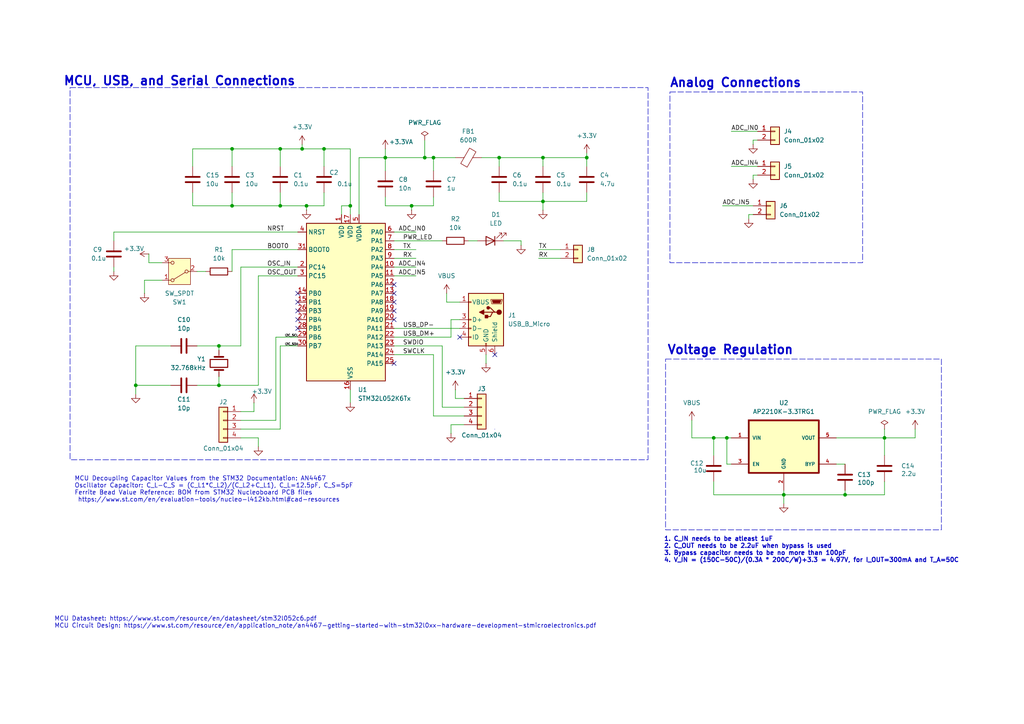
<source format=kicad_sch>
(kicad_sch (version 20231120) (generator "eeschema") (generator_version "8.0")
  (paper "A4")
  (lib_symbols
    (symbol "AP2210K-3.3TRG1:AP2210K-3.3TRG1" (pin_names (offset 1.016))
      (property "Reference" "U" (at -10.16 11.43 0))
      (property "Value" "AP2210K-3.3TRG1" (at -10.16 8.89 0))
      (symbol "AP2210K-3.3TRG1_0_0"
        (rectangle (start -10.16 -7.62) (end 10.16 7.62) (stroke (width 0.508)) (fill (type background)))
        (pin bidirectional line (at -15.24 2.54 0) (length 5.08) (name "VIN") (number "1"))
        (pin bidirectional line (at 0 -12.7 90) (length 5.08) (name "GND") (number "2"))
        (pin bidirectional line (at -15.24 -5.08 0) (length 5.08) (name "EN") (number "3"))
        (pin bidirectional line (at 15.24 -5.08 180) (length 5.08) (name "BYP") (number "4"))
        (pin bidirectional line (at 15.24 2.54 180) (length 5.08) (name "VOUT") (number "5"))
      )
    )
    (symbol "Connector:USB_B_Micro" (pin_names (offset 1.016))
      (property "Reference" "J" (at -5.08 11.43 0))
      (property "Value" "USB_B_Micro" (at -5.08 8.89 0))
      (symbol "USB_B_Micro_0_1"
        (rectangle (start -5.08 -7.62) (end 5.08 7.62) (stroke (width 0.254)) (fill (type background)))
        (circle (center -3.81 2.159) (radius 0.635) (stroke (width 0.254)) (fill (type outline)))
        (circle (center -0.635 3.429) (radius 0.381) (stroke (width 0.254)) (fill (type outline)))
        (rectangle (start -0.127 -7.62) (end 0.127 -6.858))
        (polyline (pts (xy -1.905 2.159) (xy 0.635 2.159)) (stroke (width 0.254)))
        (polyline (pts (xy -3.175 2.159) (xy -2.54 2.159) (xy -1.27 3.429) (xy -0.635 3.429)) (stroke (width 0.254)))
        (polyline (pts (xy -2.54 2.159) (xy -1.905 2.159) (xy -1.27 0.889) (xy 0 0.889)) (stroke (width 0.254)))
        (polyline (pts (xy 0.635 2.794) (xy 0.635 1.524) (xy 1.905 2.159) (xy 0.635 2.794)) (stroke (width 0.254)) (fill (type outline)))
        (polyline (pts (xy -4.318 5.588) (xy -1.778 5.588) (xy -2.032 4.826) (xy -4.064 4.826) (xy -4.318 5.588)) (fill (type outline)))
        (polyline (pts (xy -4.699 5.842) (xy -4.699 5.588) (xy -4.445 4.826) (xy -4.445 4.572) (xy -1.651 4.572) (xy -1.651 4.826) (xy -1.397 5.588) (xy -1.397 5.842) (xy -4.699 5.842)))
        (rectangle (start 0.254 1.27) (end -0.508 0.508) (stroke (width 0.254)) (fill (type outline)))
        (rectangle (start 5.08 -5.207) (end 4.318 -4.953))
        (rectangle (start 5.08 -2.667) (end 4.318 -2.413))
        (rectangle (start 5.08 -0.127) (end 4.318 0.127))
        (rectangle (start 5.08 4.953) (end 4.318 5.207))
      )
      (symbol "USB_B_Micro_1_1"
        (pin power_out line (at 7.62 5.08 180) (length 2.54) (name "VBUS") (number "1"))
        (pin bidirectional line (at 7.62 -2.54 180) (length 2.54) (name "D-") (number "2"))
        (pin bidirectional line (at 7.62 0 180) (length 2.54) (name "D+") (number "3"))
        (pin passive line (at 7.62 -5.08 180) (length 2.54) (name "ID") (number "4"))
        (pin power_out line (at 0 -10.16 90) (length 2.54) (name "GND") (number "5"))
        (pin passive line (at -2.54 -10.16 90) (length 2.54) (name "Shield") (number "6"))
      )
    )
    (symbol "Connector_Generic:Conn_01x02" (pin_names (offset 1.016) hide)
      (property "Reference" "J" (at 0 2.54 0))
      (property "Value" "Conn_01x02" (at 0 -5.08 0))
      (symbol "Conn_01x02_1_1"
        (rectangle (start -1.27 -2.413) (end 0 -2.667) (stroke (width 0.1524)))
        (rectangle (start -1.27 0.127) (end 0 -0.127) (stroke (width 0.1524)))
        (rectangle (start -1.27 1.27) (end 1.27 -3.81) (stroke (width 0.254)) (fill (type background)))
        (pin passive line (at -5.08 0 0) (length 3.81) (name "Pin_1") (number "1"))
        (pin passive line (at -5.08 -2.54 0) (length 3.81) (name "Pin_2") (number "2"))
      )
    )
    (symbol "Connector_Generic:Conn_01x04" (pin_names (offset 1.016) hide)
      (property "Reference" "J" (at 0 5.08 0))
      (property "Value" "Conn_01x04" (at 0 -7.62 0))
      (symbol "Conn_01x04_1_1"
        (rectangle (start -1.27 -4.953) (end 0 -5.207) (stroke (width 0.1524)))
        (rectangle (start -1.27 -2.413) (end 0 -2.667) (stroke (width 0.1524)))
        (rectangle (start -1.27 0.127) (end 0 -0.127) (stroke (width 0.1524)))
        (rectangle (start -1.27 2.667) (end 0 2.413) (stroke (width 0.1524)))
        (rectangle (start -1.27 3.81) (end 1.27 -6.35) (stroke (width 0.254)) (fill (type background)))
        (pin passive line (at -5.08 2.54 0) (length 3.81) (name "Pin_1") (number "1"))
        (pin passive line (at -5.08 0 0) (length 3.81) (name "Pin_2") (number "2"))
        (pin passive line (at -5.08 -2.54 0) (length 3.81) (name "Pin_3") (number "3"))
        (pin passive line (at -5.08 -5.08 0) (length 3.81) (name "Pin_4") (number "4"))
      )
    )
    (symbol "Device:C" (pin_numbers hide) (pin_names (offset 0.254))
      (property "Reference" "C" (at 0.635 2.54 0))
      (property "Value" "C" (at 0.635 -2.54 0))
      (symbol "C_0_1"
        (polyline (pts (xy -2.032 -0.762) (xy 2.032 -0.762)) (stroke (width 0.508)))
        (polyline (pts (xy -2.032 0.762) (xy 2.032 0.762)) (stroke (width 0.508)))
      )
      (symbol "C_1_1"
        (pin passive line (at 0 3.81 270) (length 2.794) (name "~") (number "1"))
        (pin passive line (at 0 -3.81 90) (length 2.794) (name "~") (number "2"))
      )
    )
    (symbol "Device:Crystal" (pin_numbers hide) (pin_names (offset 1.016) hide)
      (property "Reference" "Y" (at 0 3.81 0))
      (property "Value" "Crystal" (at 0 -3.81 0))
      (symbol "Crystal_0_1"
        (rectangle (start -1.143 2.54) (end 1.143 -2.54) (stroke (width 0.3048)))
        (polyline (pts (xy -2.54 0) (xy -1.905 0)))
        (polyline (pts (xy -1.905 -1.27) (xy -1.905 1.27)) (stroke (width 0.508)))
        (polyline (pts (xy 1.905 -1.27) (xy 1.905 1.27)) (stroke (width 0.508)))
        (polyline (pts (xy 2.54 0) (xy 1.905 0)))
      )
      (symbol "Crystal_1_1"
        (pin passive line (at -3.81 0 0) (length 1.27) (name "1") (number "1"))
        (pin passive line (at 3.81 0 180) (length 1.27) (name "2") (number "2"))
      )
    )
    (symbol "Device:FerriteBead" (pin_numbers hide) (pin_names (offset 0))
      (property "Reference" "FB" (at -3.81 0.635 90))
      (property "Value" "FerriteBead" (at 3.81 0 90))
      (symbol "FerriteBead_0_1"
        (polyline (pts (xy 0 -1.27) (xy 0 -1.2192)))
        (polyline (pts (xy 0 1.27) (xy 0 1.2954)))
        (polyline (pts (xy -2.7686 0.4064) (xy -1.7018 2.2606) (xy 2.7686 -0.3048) (xy 1.6764 -2.159) (xy -2.7686 0.4064)))
      )
      (symbol "FerriteBead_1_1"
        (pin passive line (at 0 3.81 270) (length 2.54) (name "~") (number "1"))
        (pin passive line (at 0 -3.81 90) (length 2.54) (name "~") (number "2"))
      )
    )
    (symbol "Device:LED" (pin_numbers hide) (pin_names (offset 1.016) hide)
      (property "Reference" "D" (at 0 2.54 0))
      (property "Value" "LED" (at 0 -2.54 0))
      (symbol "LED_0_1"
        (polyline (pts (xy -1.27 -1.27) (xy -1.27 1.27)) (stroke (width 0.254)))
        (polyline (pts (xy -1.27 0) (xy 1.27 0)))
        (polyline (pts (xy 1.27 -1.27) (xy 1.27 1.27) (xy -1.27 0) (xy 1.27 -1.27)) (stroke (width 0.254)))
        (polyline (pts (xy -3.048 -0.762) (xy -4.572 -2.286) (xy -3.81 -2.286) (xy -4.572 -2.286) (xy -4.572 -1.524)))
        (polyline (pts (xy -1.778 -0.762) (xy -3.302 -2.286) (xy -2.54 -2.286) (xy -3.302 -2.286) (xy -3.302 -1.524)))
      )
      (symbol "LED_1_1"
        (pin passive line (at -3.81 0 0) (length 2.54) (name "K") (number "1"))
        (pin passive line (at 3.81 0 180) (length 2.54) (name "A") (number "2"))
      )
    )
    (symbol "Device:R" (pin_numbers hide) (pin_names (offset 0))
      (property "Reference" "R" (at 2.032 0 90))
      (property "Value" "R" (at 0 0 90))
      (symbol "R_0_1"
        (rectangle (start -1.016 -2.54) (end 1.016 2.54) (stroke (width 0.254)))
      )
      (symbol "R_1_1"
        (pin passive line (at 0 3.81 270) (length 1.27) (name "~") (number "1"))
        (pin passive line (at 0 -3.81 90) (length 1.27) (name "~") (number "2"))
      )
    )
    (symbol "MCU_ST_STM32L0:STM32L052K6Tx"
      (property "Reference" "U" (at -10.16 24.13 0))
      (property "Value" "STM32L052K6Tx" (at 7.62 24.13 0))
      (symbol "STM32L052K6Tx_0_1"
        (rectangle (start -10.16 -22.86) (end 12.7 22.86) (stroke (width 0.254)) (fill (type background)))
      )
      (symbol "STM32L052K6Tx_1_1"
        (pin power_in line (at 0 25.4 270) (length 2.54) (name "VDD") (number "1"))
        (pin bidirectional line (at 15.24 10.16 180) (length 2.54) (name "PA4") (number "10"))
        (pin bidirectional line (at 15.24 7.62 180) (length 2.54) (name "PA5") (number "11"))
        (pin bidirectional line (at 15.24 5.08 180) (length 2.54) (name "PA6") (number "12"))
        (pin bidirectional line (at 15.24 2.54 180) (length 2.54) (name "PA7") (number "13"))
        (pin bidirectional line (at -12.7 2.54 0) (length 2.54) (name "PB0") (number "14"))
        (pin bidirectional line (at -12.7 0 0) (length 2.54) (name "PB1") (number "15"))
        (pin power_in line (at 2.54 -25.4 90) (length 2.54) (name "VSS") (number "16"))
        (pin power_in line (at 2.54 25.4 270) (length 2.54) (name "VDD") (number "17"))
        (pin bidirectional line (at 15.24 0 180) (length 2.54) (name "PA8") (number "18"))
        (pin bidirectional line (at 15.24 -2.54 180) (length 2.54) (name "PA9") (number "19"))
        (pin bidirectional line (at -12.7 10.16 0) (length 2.54) (name "PC14") (number "2"))
        (pin bidirectional line (at 15.24 -5.08 180) (length 2.54) (name "PA10") (number "20"))
        (pin bidirectional line (at 15.24 -7.62 180) (length 2.54) (name "PA11") (number "21"))
        (pin bidirectional line (at 15.24 -10.16 180) (length 2.54) (name "PA12") (number "22"))
        (pin bidirectional line (at 15.24 -12.7 180) (length 2.54) (name "PA13") (number "23"))
        (pin bidirectional line (at 15.24 -15.24 180) (length 2.54) (name "PA14") (number "24"))
        (pin bidirectional line (at 15.24 -17.78 180) (length 2.54) (name "PA15") (number "25"))
        (pin bidirectional line (at -12.7 -2.54 0) (length 2.54) (name "PB3") (number "26"))
        (pin bidirectional line (at -12.7 -5.08 0) (length 2.54) (name "PB4") (number "27"))
        (pin bidirectional line (at -12.7 -7.62 0) (length 2.54) (name "PB5") (number "28"))
        (pin bidirectional line (at -12.7 -10.16 0) (length 2.54) (name "PB6") (number "29"))
        (pin bidirectional line (at -12.7 7.62 0) (length 2.54) (name "PC15") (number "3"))
        (pin bidirectional line (at -12.7 -12.7 0) (length 2.54) (name "PB7") (number "30"))
        (pin input line (at -12.7 15.24 0) (length 2.54) (name "BOOT0") (number "31"))
        (pin passive line (at 2.54 -25.4 90) (length 2.54) hide (name "VSS") (number "32"))
        (pin input line (at -12.7 20.32 0) (length 2.54) (name "NRST") (number "4"))
        (pin power_in line (at 5.08 25.4 270) (length 2.54) (name "VDDA") (number "5"))
        (pin bidirectional line (at 15.24 20.32 180) (length 2.54) (name "PA0") (number "6"))
        (pin bidirectional line (at 15.24 17.78 180) (length 2.54) (name "PA1") (number "7"))
        (pin bidirectional line (at 15.24 15.24 180) (length 2.54) (name "PA2") (number "8"))
        (pin bidirectional line (at 15.24 12.7 180) (length 2.54) (name "PA3") (number "9"))
      )
    )
    (symbol "Switch:SW_SPDT" (pin_names (offset 0) hide)
      (property "Reference" "SW" (at 0 5.08 0))
      (property "Value" "SW_SPDT" (at 0 -5.08 0))
      (symbol "SW_SPDT_0_1"
        (circle (center -2.032 0) (radius 0.4572))
        (polyline (pts (xy -1.651 0.254) (xy 1.651 2.286)))
        (circle (center 2.032 -2.54) (radius 0.4572))
        (circle (center 2.032 2.54) (radius 0.4572))
      )
      (symbol "SW_SPDT_1_1"
        (rectangle (start -3.175 3.81) (end 3.175 -3.81) (fill (type background)))
        (pin passive line (at 5.08 2.54 180) (length 2.54) (name "A") (number "1"))
        (pin passive line (at -5.08 0 0) (length 2.54) (name "B") (number "2"))
        (pin passive line (at 5.08 -2.54 180) (length 2.54) (name "C") (number "3"))
      )
    )
    (symbol "power:+3.3V" (power) (pin_numbers hide) (pin_names (offset 0) hide)
      (property "Value" "+3.3V" (at 0 3.556 0))
      (symbol "+3.3V_0_1"
        (polyline (pts (xy -0.762 1.27) (xy 0 2.54)))
        (polyline (pts (xy 0 0) (xy 0 2.54)))
        (polyline (pts (xy 0 2.54) (xy 0.762 1.27)))
      )
      (symbol "+3.3V_1_1"
        (pin power_in line (at 0 0 90) (length 0) (name "~") (number "1"))
      )
    )
    (symbol "power:+3.3VA" (power) (pin_numbers hide) (pin_names (offset 0) hide)
      (property "Value" "+3.3VA" (at 0 3.556 0))
      (symbol "+3.3VA_0_1"
        (polyline (pts (xy -0.762 1.27) (xy 0 2.54)))
        (polyline (pts (xy 0 0) (xy 0 2.54)))
        (polyline (pts (xy 0 2.54) (xy 0.762 1.27)))
      )
      (symbol "+3.3VA_1_1"
        (pin power_in line (at 0 0 90) (length 0) (name "~") (number "1"))
      )
    )
    (symbol "power:GND" (power) (pin_numbers hide) (pin_names (offset 0) hide)
      (property "Value" "GND" (at 0 -3.81 0))
      (symbol "GND_0_1"
        (polyline (pts (xy 0 0) (xy 0 -1.27) (xy 1.27 -1.27) (xy 0 -2.54) (xy -1.27 -1.27) (xy 0 -1.27)))
      )
      (symbol "GND_1_1"
        (pin power_in line (at 0 0 270) (length 0) (name "~") (number "1"))
      )
    )
    (symbol "power:PWR_FLAG" (power) (pin_numbers hide) (pin_names (offset 0) hide)
      (property "Value" "PWR_FLAG" (at 0 3.81 0))
      (symbol "PWR_FLAG_0_0"
        (pin power_out line (at 0 0 90) (length 0) (name "~") (number "1"))
      )
      (symbol "PWR_FLAG_0_1"
        (polyline (pts (xy 0 0) (xy 0 1.27) (xy -1.016 1.905) (xy 0 2.54) (xy 1.016 1.905) (xy 0 1.27)))
      )
    )
    (symbol "power:VBUS" (power) (pin_numbers hide) (pin_names (offset 0) hide)
      (property "Value" "VBUS" (at 0 3.556 0))
      (symbol "VBUS_0_1"
        (polyline (pts (xy -0.762 1.27) (xy 0 2.54)))
        (polyline (pts (xy 0 0) (xy 0 2.54)))
        (polyline (pts (xy 0 2.54) (xy 0.762 1.27)))
      )
      (symbol "VBUS_1_1"
        (pin power_in line (at 0 0 90) (length 0) (name "~") (number "1"))
      )
    )
  )
  (junction (at 87.63 43.18))
  (junction (at 245.11 143.51))
  (junction (at 67.31 43.18))
  (junction (at 256.54 127))
  (junction (at 144.78 45.72))
  (junction (at 111.76 45.72))
  (junction (at 63.5 100.33))
  (junction (at 157.48 58.42))
  (junction (at 81.28 59.69))
  (junction (at 123.19 45.72))
  (junction (at 39.37 111.76))
  (junction (at 88.9 59.69))
  (junction (at 207.01 127))
  (junction (at 93.98 43.18))
  (junction (at 170.18 45.72))
  (junction (at 125.73 45.72))
  (junction (at 67.31 59.69))
  (junction (at 210.82 127))
  (junction (at 157.48 45.72))
  (junction (at 227.33 143.51))
  (junction (at 81.28 43.18))
  (junction (at 119.38 59.69))
  (junction (at 63.5 111.76))
  (junction (at 101.6 59.69))
  (no_connect (at 86.36 95.25))
  (no_connect (at 86.36 90.17))
  (no_connect (at 114.3 90.17))
  (no_connect (at 86.36 87.63))
  (no_connect (at 133.35 97.79))
  (no_connect (at 114.3 105.41))
  (no_connect (at 114.3 82.55))
  (no_connect (at 114.3 87.63))
  (no_connect (at 86.36 92.71))
  (no_connect (at 143.51 102.87))
  (no_connect (at 114.3 85.09))
  (no_connect (at 86.36 85.09))
  (no_connect (at 114.3 92.71))
  (wire (pts (xy 207.01 143.51) (xy 227.33 143.51)))
  (wire (pts (xy 156.21 74.93) (xy 162.56 74.93)))
  (wire (pts (xy 87.63 41.91) (xy 87.63 43.18)))
  (wire (pts (xy 245.11 143.51) (xy 256.54 143.51)))
  (wire (pts (xy 93.98 43.18) (xy 93.98 48.26)))
  (wire (pts (xy 114.3 69.85) (xy 128.27 69.85)))
  (wire (pts (xy 69.85 77.47) (xy 86.36 77.47)))
  (wire (pts (xy 80.01 97.79) (xy 80.01 121.92)))
  (wire (pts (xy 55.88 43.18) (xy 67.31 43.18)))
  (wire (pts (xy 101.6 113.03) (xy 101.6 116.84)))
  (wire (pts (xy 111.76 59.69) (xy 119.38 59.69)))
  (wire (pts (xy 157.48 58.42) (xy 157.48 60.96)))
  (wire (pts (xy 125.73 45.72) (xy 132.08 45.72)))
  (wire (pts (xy 114.3 102.87) (xy 125.73 102.87)))
  (wire (pts (xy 123.19 40.64) (xy 123.19 45.72)))
  (wire (pts (xy 227.33 143.51) (xy 245.11 143.51)))
  (wire (pts (xy 256.54 124.46) (xy 256.54 127)))
  (wire (pts (xy 57.15 111.76) (xy 63.5 111.76)))
  (wire (pts (xy 55.88 55.88) (xy 55.88 59.69)))
  (wire (pts (xy 140.97 102.87) (xy 140.97 105.41)))
  (wire (pts (xy 49.53 100.33) (xy 39.37 100.33)))
  (wire (pts (xy 69.85 119.38) (xy 73.66 119.38)))
  (wire (pts (xy 114.3 74.93) (xy 120.65 74.93)))
  (wire (pts (xy 55.88 59.69) (xy 67.31 59.69)))
  (wire (pts (xy 210.82 127) (xy 212.09 127)))
  (wire (pts (xy 69.85 77.47) (xy 69.85 100.33)))
  (wire (pts (xy 157.48 55.88) (xy 157.48 58.42)))
  (wire (pts (xy 101.6 43.18) (xy 93.98 43.18)))
  (wire (pts (xy 93.98 59.69) (xy 88.9 59.69)))
  (wire (pts (xy 157.48 58.42) (xy 170.18 58.42)))
  (wire (pts (xy 81.28 124.46) (xy 69.85 124.46)))
  (wire (pts (xy 101.6 62.23) (xy 101.6 59.69)))
  (wire (pts (xy 156.21 72.39) (xy 162.56 72.39)))
  (wire (pts (xy 67.31 43.18) (xy 81.28 43.18)))
  (wire (pts (xy 207.01 127) (xy 210.82 127)))
  (wire (pts (xy 81.28 59.69) (xy 88.9 59.69)))
  (wire (pts (xy 144.78 45.72) (xy 157.48 45.72)))
  (wire (pts (xy 146.05 69.85) (xy 151.13 69.85)))
  (wire (pts (xy 212.09 48.26) (xy 219.71 48.26)))
  (wire (pts (xy 111.76 45.72) (xy 123.19 45.72)))
  (wire (pts (xy 101.6 59.69) (xy 101.6 43.18)))
  (wire (pts (xy 265.43 127) (xy 265.43 124.46)))
  (wire (pts (xy 210.82 127) (xy 210.82 134.62)))
  (wire (pts (xy 63.5 111.76) (xy 74.93 111.76)))
  (wire (pts (xy 73.66 119.38) (xy 73.66 116.84)))
  (wire (pts (xy 256.54 139.7) (xy 256.54 143.51)))
  (wire (pts (xy 33.02 77.47) (xy 33.02 78.74)))
  (wire (pts (xy 41.91 81.28) (xy 46.99 81.28)))
  (wire (pts (xy 81.28 100.33) (xy 81.28 124.46)))
  (wire (pts (xy 144.78 58.42) (xy 157.48 58.42)))
  (wire (pts (xy 39.37 114.3) (xy 39.37 111.76)))
  (wire (pts (xy 218.44 50.8) (xy 219.71 50.8)))
  (wire (pts (xy 125.73 45.72) (xy 125.73 49.53)))
  (wire (pts (xy 74.93 80.01) (xy 74.93 111.76)))
  (wire (pts (xy 170.18 45.72) (xy 170.18 44.45)))
  (wire (pts (xy 111.76 57.15) (xy 111.76 59.69)))
  (wire (pts (xy 114.3 67.31) (xy 120.65 67.31)))
  (wire (pts (xy 135.89 69.85) (xy 138.43 69.85)))
  (wire (pts (xy 81.28 100.33) (xy 86.36 100.33)))
  (wire (pts (xy 256.54 127) (xy 256.54 132.08)))
  (wire (pts (xy 200.66 127) (xy 207.01 127)))
  (wire (pts (xy 129.54 87.63) (xy 133.35 87.63)))
  (wire (pts (xy 74.93 80.01) (xy 86.36 80.01)))
  (wire (pts (xy 132.08 115.57) (xy 134.62 115.57)))
  (wire (pts (xy 81.28 59.69) (xy 81.28 55.88)))
  (wire (pts (xy 130.81 125.73) (xy 130.81 123.19)))
  (wire (pts (xy 93.98 55.88) (xy 93.98 59.69)))
  (wire (pts (xy 242.57 134.62) (xy 245.11 134.62)))
  (wire (pts (xy 132.08 113.03) (xy 132.08 115.57)))
  (wire (pts (xy 218.44 52.07) (xy 218.44 50.8)))
  (wire (pts (xy 81.28 48.26) (xy 81.28 43.18)))
  (wire (pts (xy 81.28 43.18) (xy 87.63 43.18)))
  (wire (pts (xy 130.81 92.71) (xy 133.35 92.71)))
  (wire (pts (xy 218.44 41.91) (xy 218.44 40.64)))
  (wire (pts (xy 33.02 67.31) (xy 86.36 67.31)))
  (wire (pts (xy 114.3 77.47) (xy 120.65 77.47)))
  (wire (pts (xy 218.44 40.64) (xy 219.71 40.64)))
  (wire (pts (xy 256.54 127) (xy 265.43 127)))
  (wire (pts (xy 128.27 100.33) (xy 128.27 118.11)))
  (wire (pts (xy 227.33 143.51) (xy 227.33 146.05)))
  (wire (pts (xy 99.06 59.69) (xy 101.6 59.69)))
  (wire (pts (xy 217.17 62.23) (xy 218.44 62.23)))
  (wire (pts (xy 43.18 73.66) (xy 43.18 76.2)))
  (wire (pts (xy 114.3 100.33) (xy 128.27 100.33)))
  (wire (pts (xy 128.27 118.11) (xy 134.62 118.11)))
  (wire (pts (xy 207.01 132.08) (xy 207.01 127)))
  (wire (pts (xy 99.06 62.23) (xy 99.06 59.69)))
  (wire (pts (xy 88.9 59.69) (xy 88.9 60.96)))
  (wire (pts (xy 129.54 85.09) (xy 129.54 87.63)))
  (wire (pts (xy 130.81 123.19) (xy 134.62 123.19)))
  (wire (pts (xy 212.09 134.62) (xy 210.82 134.62)))
  (wire (pts (xy 43.18 76.2) (xy 46.99 76.2)))
  (wire (pts (xy 119.38 59.69) (xy 119.38 60.96)))
  (wire (pts (xy 80.01 121.92) (xy 69.85 121.92)))
  (wire (pts (xy 125.73 59.69) (xy 119.38 59.69)))
  (wire (pts (xy 41.91 85.09) (xy 41.91 81.28)))
  (wire (pts (xy 114.3 97.79) (xy 130.81 97.79)))
  (wire (pts (xy 69.85 127) (xy 74.93 127)))
  (wire (pts (xy 67.31 59.69) (xy 81.28 59.69)))
  (wire (pts (xy 63.5 100.33) (xy 69.85 100.33)))
  (wire (pts (xy 57.15 78.74) (xy 59.69 78.74)))
  (wire (pts (xy 67.31 78.74) (xy 67.31 72.39)))
  (wire (pts (xy 123.19 45.72) (xy 125.73 45.72)))
  (wire (pts (xy 144.78 48.26) (xy 144.78 45.72)))
  (wire (pts (xy 104.14 45.72) (xy 111.76 45.72)))
  (wire (pts (xy 33.02 67.31) (xy 33.02 69.85)))
  (wire (pts (xy 227.33 142.24) (xy 227.33 143.51)))
  (wire (pts (xy 125.73 120.65) (xy 134.62 120.65)))
  (wire (pts (xy 87.63 43.18) (xy 93.98 43.18)))
  (wire (pts (xy 200.66 121.92) (xy 200.66 127)))
  (wire (pts (xy 125.73 102.87) (xy 125.73 120.65)))
  (wire (pts (xy 144.78 55.88) (xy 144.78 58.42)))
  (wire (pts (xy 57.15 100.33) (xy 63.5 100.33)))
  (wire (pts (xy 111.76 49.53) (xy 111.76 45.72)))
  (wire (pts (xy 111.76 43.18) (xy 111.76 45.72)))
  (wire (pts (xy 209.55 59.69) (xy 218.44 59.69)))
  (wire (pts (xy 80.01 97.79) (xy 86.36 97.79)))
  (wire (pts (xy 104.14 45.72) (xy 104.14 62.23)))
  (wire (pts (xy 151.13 69.85) (xy 151.13 71.12)))
  (wire (pts (xy 170.18 58.42) (xy 170.18 55.88)))
  (wire (pts (xy 74.93 127) (xy 74.93 129.54)))
  (wire (pts (xy 67.31 55.88) (xy 67.31 59.69)))
  (wire (pts (xy 114.3 72.39) (xy 120.65 72.39)))
  (wire (pts (xy 207.01 139.7) (xy 207.01 143.51)))
  (wire (pts (xy 67.31 72.39) (xy 86.36 72.39)))
  (wire (pts (xy 245.11 142.24) (xy 245.11 143.51)))
  (wire (pts (xy 170.18 45.72) (xy 170.18 48.26)))
  (wire (pts (xy 157.48 45.72) (xy 170.18 45.72)))
  (wire (pts (xy 114.3 80.01) (xy 120.65 80.01)))
  (wire (pts (xy 63.5 100.33) (xy 63.5 101.6)))
  (wire (pts (xy 125.73 57.15) (xy 125.73 59.69)))
  (wire (pts (xy 212.09 38.1) (xy 219.71 38.1)))
  (wire (pts (xy 114.3 95.25) (xy 133.35 95.25)))
  (wire (pts (xy 39.37 111.76) (xy 49.53 111.76)))
  (wire (pts (xy 63.5 109.22) (xy 63.5 111.76)))
  (wire (pts (xy 139.7 45.72) (xy 144.78 45.72)))
  (wire (pts (xy 130.81 97.79) (xy 130.81 92.71)))
  (wire (pts (xy 157.48 45.72) (xy 157.48 48.26)))
  (wire (pts (xy 217.17 63.5) (xy 217.17 62.23)))
  (wire (pts (xy 39.37 100.33) (xy 39.37 111.76)))
  (wire (pts (xy 242.57 127) (xy 256.54 127)))
  (wire (pts (xy 55.88 48.26) (xy 55.88 43.18)))
  (wire (pts (xy 67.31 48.26) (xy 67.31 43.18)))
  (rectangle (start 193.04 104.14) (end 273.05 153.67) (stroke (width 0) (type dash)))
  (rectangle (start 194.31 26.67) (end 250.19 76.2) (stroke (width 0) (type dash)))
  (rectangle (start 20.32 25.4) (end 187.96 133.35) (stroke (width 0) (type dash)))
  (rectangle (start 143.51 124.46) (end 143.51 124.46))
  (text "MCU Decoupling Capacitor Values from the STM32 Documentation: AN4467\nOscillator Capacitor: C_L-C_S = (C_L1*C_L2)/(C_L2+C_L1), C_L=12.5pF, C_S=5pF\nFerrite Bead Value Reference: BOM from STM32 Nucleoboard PCB files\n https://www.st.com/en/evaluation-tools/nucleo-l412kb.html#cad-resources" (at 21.59 141.986 0) (effects (font (size 1.27 1.27)) (justify left)))
  (text "1. C_IN needs to be atleast 1uF\n2. C_OUT needs to be 2.2uF when bypass is used\n3. Bypass capacitor needs to be no more than 100pF\n4. V_IN = (150C-50C)/(0.3A * 200C/W)+3.3 = 4.97V, for I_OUT=300mA and T_A=50C" (at 192.532 159.512 0) (effects (font (size 1.27 1.27) (bold yes)) (justify left)))
  (text "MCU, USB, and Serial Connections" (at 52.07 23.622 0) (effects (font (size 2.54 2.54) (thickness 0.508) (bold yes))))
  (text "MCU Datasheet: https://www.st.com/resource/en/datasheet/stm32l052c6.pdf\nMCU Circuit Design: https://www.st.com/resource/en/application_note/an4467-getting-started-with-stm32l0xx-hardware-development-stmicroelectronics.pdf" (at 15.748 180.594 0) (effects (font (size 1.27 1.27)) (justify left)))
  (text "Voltage Regulation" (at 211.836 101.6 0) (effects (font (size 2.54 2.54) (thickness 0.508) (bold yes))))
  (text "Analog Connections" (at 213.36 24.13 0) (effects (font (size 2.54 2.54) (thickness 0.508) (bold yes))))
  (label "RX" (at 156.21 74.93 0))
  (label "RX" (at 116.84 74.93 0))
  (label "TX" (at 116.84 72.39 0))
  (label "ADC_IN4" (at 212.09 48.26 0))
  (label "I2C_SDA" (at 82.55 100.33 0) (effects (font (size 0.635 0.635))))
  (label "PWR_LED" (at 116.84 69.85 0))
  (label "ADC_IN0" (at 115.57 67.31 0))
  (label "I2C_SCL" (at 82.55 97.79 0) (effects (font (size 0.635 0.635))))
  (label "ADC_IN4" (at 115.57 77.47 0))
  (label "SWDIO" (at 116.84 100.33 0))
  (label "SWCLK" (at 116.84 102.87 0))
  (label "OSC_OUT" (at 77.47 80.01 0))
  (label "ADC_IN0" (at 212.09 38.1 0))
  (label "BOOT0" (at 77.47 72.39 0))
  (label "USB_DM+" (at 116.84 97.79 0))
  (label "USB_DP-" (at 116.84 95.25 0))
  (label "ADC_IN5" (at 115.57 80.01 0))
  (label "ADC_IN5" (at 209.55 59.69 0))
  (label "OSC_IN" (at 77.47 77.47 0))
  (label "TX" (at 156.21 72.39 0))
  (label "NRST" (at 77.47 67.31 0))
  (symbol (lib_id "Device:LED") (at 142.24 69.85 180) (unit 1)
    (property "Reference" "D1" (at 143.8275 62.23 0))
    (property "Value" "LED" (at 143.8275 64.77 0))
    (property "Footprint" "LED_SMD:LED_0603_1608Metric" (effects (hide yes)))
    (property "Description" "Light emitting diode" (effects (hide yes)))
  )
  (symbol (lib_id "power:GND") (at 227.33 146.05 0) (unit 1)
    (property "Reference" "#PWR026" (effects (hide yes)))
    (property "Value" "GND" (effects (hide yes)))
    (property "Description" "Power symbol creates a global label with name \"GND\" , ground" (effects (hide yes)))
  )
  (symbol (lib_id "power:GND") (at 88.9 60.96 0) (unit 1)
    (property "Reference" "#PWR04" (effects (hide yes)))
    (property "Value" "GND" (effects (hide yes)))
    (property "Description" "Power symbol creates a global label with name \"GND\" , ground" (effects (hide yes)))
  )
  (symbol (lib_id "Device:C") (at 53.34 111.76 270) (mirror x) (unit 1)
    (property "Reference" "C11" (at 53.34 115.824 90))
    (property "Value" "10p" (at 53.34 118.364 90))
    (property "Footprint" "Capacitor_SMD:C_0603_1608Metric" (effects (hide yes)))
    (property "Description" "Unpolarized capacitor" (effects (hide yes)))
  )
  (symbol (lib_id "Device:C") (at 67.31 52.07 0) (unit 1)
    (property "Reference" "C3" (at 71.12 50.7999 0) (effects (justify left)))
    (property "Value" "10u" (at 71.12 53.3399 0) (effects (justify left)))
    (property "Footprint" "Capacitor_SMD:C_0603_1608Metric" (effects (hide yes)))
    (property "Description" "Unpolarized capacitor" (effects (hide yes)))
  )
  (symbol (lib_id "Device:C") (at 33.02 73.66 0) (unit 1)
    (property "Reference" "C9" (at 26.924 72.39 0) (effects (justify left)))
    (property "Value" "0.1u" (at 26.416 74.93 0) (effects (justify left)))
    (property "Footprint" "Capacitor_SMD:C_0805_2012Metric" (effects (hide yes)))
    (property "Description" "Unpolarized capacitor" (effects (hide yes)))
  )
  (symbol (lib_id "Switch:SW_SPDT") (at 52.07 78.74 180) (unit 1)
    (property "Reference" "SW1" (at 52.07 87.63 0))
    (property "Value" "SW_SPDT" (at 52.07 85.09 0))
    (property "Footprint" "Button_Switch_SMD:SW_SPDT_PCM12" (effects (hide yes)))
    (property "Description" "Switch, single pole double throw" (effects (hide yes)))
  )
  (symbol (lib_id "power:+3.3V") (at 73.66 116.84 0) (unit 1)
    (property "Reference" "#PWR015" (effects (hide yes)))
    (property "Value" "+3.3V" (at 75.946 113.538 0))
    (property "Description" "Power symbol creates a global label with name \"+3.3V\"" (effects (hide yes)))
  )
  (symbol (lib_id "Connector_Generic:Conn_01x04") (at 139.7 118.11 0) (unit 1)
    (property "Reference" "J3" (at 139.7 112.776 0))
    (property "Value" "Conn_01x04" (at 139.7 126.238 0))
    (property "Footprint" "Connector_PinHeader_2.54mm:PinHeader_1x04_P2.54mm_Vertical" (effects (hide yes)))
    (property "Description" "Generic connector, single row, 01x04, script generated (kicad-library-utils/schlib/autogen/connector/)" (effects (hide yes)))
  )
  (symbol (lib_id "power:GND") (at 119.38 60.96 0) (unit 1)
    (property "Reference" "#PWR07" (effects (hide yes)))
    (property "Value" "GND" (effects (hide yes)))
    (property "Description" "Power symbol creates a global label with name \"GND\" , ground" (effects (hide yes)))
  )
  (symbol (lib_id "power:GND") (at 217.17 63.5 0) (unit 1)
    (property "Reference" "#PWR020" (effects (hide yes)))
    (property "Value" "GND" (effects (hide yes)))
    (property "Description" "Power symbol creates a global label with name \"GND\" , ground" (effects (hide yes)))
  )
  (symbol (lib_id "power:GND") (at 130.81 125.73 0) (unit 1)
    (property "Reference" "#PWR017" (effects (hide yes)))
    (property "Value" "GND" (effects (hide yes)))
    (property "Description" "Power symbol creates a global label with name \"GND\" , ground" (effects (hide yes)))
  )
  (symbol (lib_id "power:GND") (at 140.97 105.41 0) (unit 1)
    (property "Reference" "#PWR013" (effects (hide yes)))
    (property "Value" "GND" (effects (hide yes)))
    (property "Description" "Power symbol creates a global label with name \"GND\" , ground" (effects (hide yes)))
  )
  (symbol (lib_id "Connector_Generic:Conn_01x04") (at 64.77 121.92 0) (mirror y) (unit 1)
    (property "Reference" "J2" (at 64.77 116.586 0))
    (property "Value" "Conn_01x04" (at 64.77 130.048 0))
    (property "Footprint" "Connector_PinHeader_2.54mm:PinHeader_1x04_P2.54mm_Vertical" (effects (hide yes)))
    (property "Description" "Generic connector, single row, 01x04, script generated (kicad-library-utils/schlib/autogen/connector/)" (effects (hide yes)))
  )
  (symbol (lib_id "power:GND") (at 157.48 60.96 0) (unit 1)
    (property "Reference" "#PWR06" (effects (hide yes)))
    (property "Value" "GND" (effects (hide yes)))
    (property "Description" "Power symbol creates a global label with name \"GND\" , ground" (effects (hide yes)))
  )
  (symbol (lib_id "Device:C") (at 157.48 52.07 0) (unit 1)
    (property "Reference" "C5" (at 161.29 50.7999 0) (effects (justify left)))
    (property "Value" "0.1u" (at 161.29 53.3399 0) (effects (justify left)))
    (property "Footprint" "Capacitor_SMD:C_0805_2012Metric" (effects (hide yes)))
    (property "Description" "Unpolarized capacitor" (effects (hide yes)))
  )
  (symbol (lib_id "power:GND") (at 39.37 114.3 0) (unit 1)
    (property "Reference" "#PWR09" (effects (hide yes)))
    (property "Value" "GND" (effects (hide yes)))
    (property "Description" "Power symbol creates a global label with name \"GND\" , ground" (effects (hide yes)))
  )
  (symbol (lib_id "power:+3.3VA") (at 111.76 43.18 0) (unit 1)
    (property "Reference" "#PWR012" (effects (hide yes)))
    (property "Value" "+3.3VA" (at 116.332 41.148 0))
    (property "Description" "Power symbol creates a global label with name \"+3.3VA\"" (effects (hide yes)))
  )
  (symbol (lib_id "Device:C") (at 125.73 53.34 0) (unit 1)
    (property "Reference" "C7" (at 129.54 52.0699 0) (effects (justify left)))
    (property "Value" "1u" (at 129.54 54.6099 0) (effects (justify left)))
    (property "Footprint" "Capacitor_SMD:C_0805_2012Metric" (effects (hide yes)))
    (property "Description" "Unpolarized capacitor" (effects (hide yes)))
  )
  (symbol (lib_id "power:VBUS") (at 129.54 85.09 0) (unit 1)
    (property "Reference" "#PWR014" (effects (hide yes)))
    (property "Value" "VBUS" (at 129.54 80.01 0))
    (property "Description" "Power symbol creates a global label with name \"VBUS\"" (effects (hide yes)))
  )
  (symbol (lib_id "power:GND") (at 218.44 52.07 0) (unit 1)
    (property "Reference" "#PWR019" (effects (hide yes)))
    (property "Value" "GND" (effects (hide yes)))
    (property "Description" "Power symbol creates a global label with name \"GND\" , ground" (effects (hide yes)))
  )
  (symbol (lib_id "power:PWR_FLAG") (at 256.54 124.46 0) (unit 1)
    (property "Reference" "#FLG02" (effects (hide yes)))
    (property "Value" "PWR_FLAG" (at 256.54 119.38 0))
    (property "Description" "Special symbol for telling ERC where power comes from" (effects (hide yes)))
  )
  (symbol (lib_id "power:GND") (at 218.44 41.91 0) (unit 1)
    (property "Reference" "#PWR018" (effects (hide yes)))
    (property "Value" "GND" (effects (hide yes)))
    (property "Description" "Power symbol creates a global label with name \"GND\" , ground" (effects (hide yes)))
  )
  (symbol (lib_id "Device:C") (at 93.98 52.07 0) (unit 1)
    (property "Reference" "C2" (at 95.504 50.038 0) (effects (justify left)))
    (property "Value" "0.1u" (at 97.79 53.3399 0) (effects (justify left)))
    (property "Footprint" "Capacitor_SMD:C_0805_2012Metric" (effects (hide yes)))
    (property "Description" "Unpolarized capacitor" (effects (hide yes)))
  )
  (symbol (lib_id "power:+3.3V") (at 132.08 113.03 0) (unit 1)
    (property "Reference" "#PWR016" (effects (hide yes)))
    (property "Value" "+3.3V" (at 132.08 107.95 0))
    (property "Description" "Power symbol creates a global label with name \"+3.3V\"" (effects (hide yes)))
  )
  (symbol (lib_id "Connector_Generic:Conn_01x02") (at 223.52 59.69 0) (unit 1)
    (property "Reference" "J6" (at 226.06 59.6899 0) (effects (justify left)))
    (property "Value" "Conn_01x02" (at 226.06 62.2299 0) (effects (justify left)))
    (property "Footprint" "Connector_PinHeader_2.54mm:PinHeader_1x02_P2.54mm_Vertical" (effects (hide yes)))
    (property "Description" "Generic connector, single row, 01x02, script generated (kicad-library-utils/schlib/autogen/connector/)" (effects (hide yes)))
  )
  (symbol (lib_id "power:GND") (at 74.93 129.54 0) (unit 1)
    (property "Reference" "#PWR03" (effects (hide yes)))
    (property "Value" "GND" (effects (hide yes)))
    (property "Description" "Power symbol creates a global label with name \"GND\" , ground" (effects (hide yes)))
  )
  (symbol (lib_id "Connector_Generic:Conn_01x02") (at 167.64 72.39 0) (unit 1)
    (property "Reference" "J8" (at 170.18 72.3899 0) (effects (justify left)))
    (property "Value" "Conn_01x02" (at 170.18 74.9299 0) (effects (justify left)))
    (property "Footprint" "Connector_PinHeader_2.54mm:PinHeader_1x02_P2.54mm_Vertical" (effects (hide yes)))
    (property "Description" "Generic connector, single row, 01x02, script generated (kicad-library-utils/schlib/autogen/connector/)" (effects (hide yes)))
  )
  (symbol (lib_id "Device:R") (at 132.08 69.85 270) (mirror x) (unit 1)
    (property "Reference" "R2" (at 132.08 63.5 90))
    (property "Value" "10k" (at 132.08 66.04 90))
    (property "Footprint" "Resistor_SMD:R_1206_3216Metric" (effects (hide yes)))
    (property "Description" "Resistor" (effects (hide yes)))
  )
  (symbol (lib_id "power:+3.3V") (at 87.63 41.91 0) (unit 1)
    (property "Reference" "#PWR02" (effects (hide yes)))
    (property "Value" "+3.3V" (at 87.63 36.83 0))
    (property "Description" "Power symbol creates a global label with name \"+3.3V\"" (effects (hide yes)))
  )
  (symbol (lib_id "power:GND") (at 101.6 116.84 0) (unit 1)
    (property "Reference" "#PWR01" (effects (hide yes)))
    (property "Value" "GND" (effects (hide yes)))
    (property "Description" "Power symbol creates a global label with name \"GND\" , ground" (effects (hide yes)))
  )
  (symbol (lib_id "power:VBUS") (at 200.66 121.92 0) (unit 1)
    (property "Reference" "#PWR022" (effects (hide yes)))
    (property "Value" "VBUS" (at 200.66 116.84 0))
    (property "Description" "Power symbol creates a global label with name \"VBUS\"" (effects (hide yes)))
  )
  (symbol (lib_id "Connector_Generic:Conn_01x02") (at 224.79 38.1 0) (unit 1)
    (property "Reference" "J4" (at 227.33 38.0999 0) (effects (justify left)))
    (property "Value" "Conn_01x02" (at 227.33 40.6399 0) (effects (justify left)))
    (property "Footprint" "Connector_PinHeader_2.54mm:PinHeader_1x02_P2.54mm_Vertical" (effects (hide yes)))
    (property "Description" "Generic connector, single row, 01x02, script generated (kicad-library-utils/schlib/autogen/connector/)" (effects (hide yes)))
  )
  (symbol (lib_id "power:+3.3V") (at 265.43 124.46 0) (unit 1)
    (property "Reference" "#PWR024" (effects (hide yes)))
    (property "Value" "+3.3V" (at 265.43 119.38 0))
    (property "Description" "Power symbol creates a global label with name \"+3.3V\"" (effects (hide yes)))
  )
  (symbol (lib_id "power:+3.3V") (at 43.18 73.66 90) (unit 1)
    (property "Reference" "#PWR011" (effects (hide yes)))
    (property "Value" "+3.3V" (at 38.862 72.136 90))
    (property "Description" "Power symbol creates a global label with name \"+3.3V\"" (effects (hide yes)))
  )
  (symbol (lib_id "Connector:USB_B_Micro") (at 140.97 92.71 0) (mirror y) (unit 1)
    (property "Reference" "J1" (at 147.32 91.4399 0) (effects (justify right)))
    (property "Value" "USB_B_Micro" (at 147.32 93.9799 0) (effects (justify right)))
    (property "Footprint" "Connector_USB:USB_Micro-B_Molex_47346-0001" (effects (hide yes)))
    (property "Description" "USB Micro Type B connector" (effects (hide yes)))
  )
  (symbol (lib_id "Device:R") (at 63.5 78.74 270) (mirror x) (unit 1)
    (property "Reference" "R1" (at 63.5 72.39 90))
    (property "Value" "10k" (at 63.5 74.93 90))
    (property "Footprint" "Resistor_SMD:R_1206_3216Metric" (effects (hide yes)))
    (property "Description" "Resistor" (effects (hide yes)))
  )
  (symbol (lib_id "Device:Crystal") (at 63.5 105.41 270) (mirror x) (unit 1)
    (property "Reference" "Y1" (at 59.69 104.1399 90) (effects (justify right)))
    (property "Value" "32.768kHz" (at 59.69 106.6799 90) (effects (justify right)))
    (property "Footprint" "crystal:XTAL_ABS25-32.768KHZ-6-T" (effects (hide yes)))
    (property "Description" "Two pin crystal" (effects (hide yes)))
  )
  (symbol (lib_id "Connector_Generic:Conn_01x02") (at 224.79 48.26 0) (unit 1)
    (property "Reference" "J5" (at 227.33 48.2599 0) (effects (justify left)))
    (property "Value" "Conn_01x02" (at 227.33 50.7999 0) (effects (justify left)))
    (property "Footprint" "Connector_PinHeader_2.54mm:PinHeader_1x02_P2.54mm_Vertical" (effects (hide yes)))
    (property "Description" "Generic connector, single row, 01x02, script generated (kicad-library-utils/schlib/autogen/connector/)" (effects (hide yes)))
  )
  (symbol (lib_id "Device:C") (at 53.34 100.33 90) (unit 1)
    (property "Reference" "C10" (at 53.34 92.71 90))
    (property "Value" "10p" (at 53.34 95.25 90))
    (property "Footprint" "Capacitor_SMD:C_0603_1608Metric" (effects (hide yes)))
    (property "Description" "Unpolarized capacitor" (effects (hide yes)))
  )
  (symbol (lib_id "power:PWR_FLAG") (at 123.19 40.64 0) (unit 1)
    (property "Reference" "#FLG01" (effects (hide yes)))
    (property "Value" "PWR_FLAG" (at 123.19 35.56 0))
    (property "Description" "Special symbol for telling ERC where power comes from" (effects (hide yes)))
  )
  (symbol (lib_id "Device:C") (at 55.88 52.07 0) (unit 1)
    (property "Reference" "C15" (at 59.69 50.7999 0) (effects (justify left)))
    (property "Value" "10u" (at 59.69 53.3399 0) (effects (justify left)))
    (property "Footprint" "Capacitor_SMD:C_0603_1608Metric" (effects (hide yes)))
    (property "Description" "Unpolarized capacitor" (effects (hide yes)))
  )
  (symbol (lib_id "power:GND") (at 151.13 71.12 0) (unit 1)
    (property "Reference" "#PWR021" (effects (hide yes)))
    (property "Value" "GND" (effects (hide yes)))
    (property "Description" "Power symbol creates a global label with name \"GND\" , ground" (effects (hide yes)))
  )
  (symbol (lib_id "Device:C") (at 81.28 52.07 0) (unit 1)
    (property "Reference" "C1" (at 85.09 50.7999 0) (effects (justify left)))
    (property "Value" "0.1u" (at 85.09 53.3399 0) (effects (justify left)))
    (property "Footprint" "Capacitor_SMD:C_0805_2012Metric" (effects (hide yes)))
    (property "Description" "Unpolarized capacitor" (effects (hide yes)))
  )
  (symbol (lib_id "Device:C") (at 245.11 138.43 0) (unit 1)
    (property "Reference" "C13" (at 248.666 137.668 0) (effects (justify left)))
    (property "Value" "100p" (at 248.666 139.954 0) (effects (justify left)))
    (property "Footprint" "Capacitor_SMD:C_0402_1005Metric" (effects (hide yes)))
    (property "Description" "Unpolarized capacitor" (effects (hide yes)))
  )
  (symbol (lib_id "Device:FerriteBead") (at 135.89 45.72 90) (unit 1)
    (property "Reference" "FB1" (at 135.8392 38.1 90))
    (property "Value" "600R" (at 135.8392 40.64 90))
    (property "Footprint" "Resistor_SMD:R_1206_3216Metric" (effects (hide yes)))
    (property "Description" "Ferrite bead" (effects (hide yes)))
  )
  (symbol (lib_id "power:+3.3V") (at 170.18 44.45 0) (unit 1)
    (property "Reference" "#PWR05" (effects (hide yes)))
    (property "Value" "+3.3V" (at 170.18 39.37 0))
    (property "Description" "Power symbol creates a global label with name \"+3.3V\"" (effects (hide yes)))
  )
  (symbol (lib_id "Device:C") (at 111.76 53.34 0) (unit 1)
    (property "Reference" "C8" (at 115.57 52.0699 0) (effects (justify left)))
    (property "Value" "10n" (at 115.57 54.6099 0) (effects (justify left)))
    (property "Footprint" "Capacitor_SMD:C_1206_3216Metric" (effects (hide yes)))
    (property "Description" "Unpolarized capacitor" (effects (hide yes)))
  )
  (symbol (lib_id "power:GND") (at 33.02 78.74 0) (unit 1)
    (property "Reference" "#PWR08" (effects (hide yes)))
    (property "Value" "GND" (effects (hide yes)))
    (property "Description" "Power symbol creates a global label with name \"GND\" , ground" (effects (hide yes)))
  )
  (symbol (lib_id "Device:C") (at 207.01 135.89 0) (unit 1)
    (property "Reference" "C12" (at 200.152 134.366 0) (effects (justify left)))
    (property "Value" "10u" (at 201.168 136.398 0) (effects (justify left)))
    (property "Footprint" "Capacitor_SMD:C_0603_1608Metric" (effects (hide yes)))
    (property "Description" "Unpolarized capacitor" (effects (hide yes)))
  )
  (symbol (lib_id "AP2210K-3.3TRG1:AP2210K-3.3TRG1") (at 227.33 129.54 0) (unit 1)
    (property "Reference" "U2" (at 227.33 116.84 0))
    (property "Value" "AP2210K-3.3TRG1" (at 227.33 119.38 0))
    (property "Footprint" "AP2210K-3.3TRG1:SOT-23-5_RAW" (effects (hide yes)))
    (property "MF" "Diodes Inc." (effects (hide yes)))
    (property "Description_1" "\n                        \n                            Voltage Regulators, LDO, 300mA CMOS LDO 3.3V 250mV | Diodes Inc AP2210K-3.3TRG1\n                        \n" (effects (hide yes)))
    (property "Package" "SOT-23-5 Diodes Inc." (effects (hide yes)))
    (property "Price" "None" (effects (hide yes)))
    (property "SnapEDA_Link" "https://www.snapeda.com/parts/AP2210K-3.3TRG1/Diodes+Inc./view-part/?ref=snap" (effects (hide yes)))
    (property "MP" "AP2210K-3.3TRG1" (effects (hide yes)))
    (property "Availability" "In Stock" (effects (hide yes)))
    (property "Check_prices" "https://www.snapeda.com/parts/AP2210K-3.3TRG1/Diodes+Inc./view-part/?ref=eda" (effects (hide yes)))
  )
  (symbol (lib_id "Device:C") (at 170.18 52.07 0) (unit 1)
    (property "Reference" "C4" (at 173.99 50.7999 0) (effects (justify left)))
    (property "Value" "4.7u" (at 173.99 53.3399 0) (effects (justify left)))
    (property "Footprint" "Capacitor_SMD:C_1206_3216Metric" (effects (hide yes)))
    (property "Description" "Unpolarized capacitor" (effects (hide yes)))
  )
  (symbol (lib_id "MCU_ST_STM32L0:STM32L052K6Tx") (at 99.06 87.63 0) (unit 1)
    (property "Reference" "U1" (at 103.7941 113.03 0) (effects (justify left)))
    (property "Value" "STM32L052K6Tx" (at 103.7941 115.57 0) (effects (justify left)))
    (property "Footprint" "Package_QFP:LQFP-32_7x7mm_P0.8mm" (effects (hide yes)))
    (property "Datasheet" "https://www.st.com/resource/en/datasheet/stm32l052k6.pdf" (effects (hide yes)))
    (property "Description" "STMicroelectronics Arm Cortex-M0+ MCU, 32KB flash, 8KB RAM, 32 MHz, 1.65-3.6V, 25 GPIO, LQFP32" (effects (hide yes)))
  )
  (symbol (lib_id "Device:C") (at 256.54 135.89 0) (unit 1)
    (property "Reference" "C14" (at 261.366 135.128 0) (effects (justify left)))
    (property "Value" "2.2u" (at 261.366 137.414 0) (effects (justify left)))
    (property "Footprint" "Capacitor_SMD:C_0201_0603Metric" (effects (hide yes)))
    (property "Description" "Unpolarized capacitor" (effects (hide yes)))
  )
  (symbol (lib_id "Device:C") (at 144.78 52.07 0) (unit 1)
    (property "Reference" "C6" (at 148.59 50.7999 0) (effects (justify left)))
    (property "Value" "0.1u" (at 148.59 53.3399 0) (effects (justify left)))
    (property "Footprint" "Capacitor_SMD:C_0805_2012Metric" (effects (hide yes)))
    (property "Description" "Unpolarized capacitor" (effects (hide yes)))
  )
  (symbol (lib_id "power:GND") (at 41.91 85.09 0) (unit 1)
    (property "Reference" "#PWR010" (effects (hide yes)))
    (property "Value" "GND" (effects (hide yes)))
    (property "Description" "Power symbol creates a global label with name \"GND\" , ground" (effects (hide yes)))
  )
)
</source>
